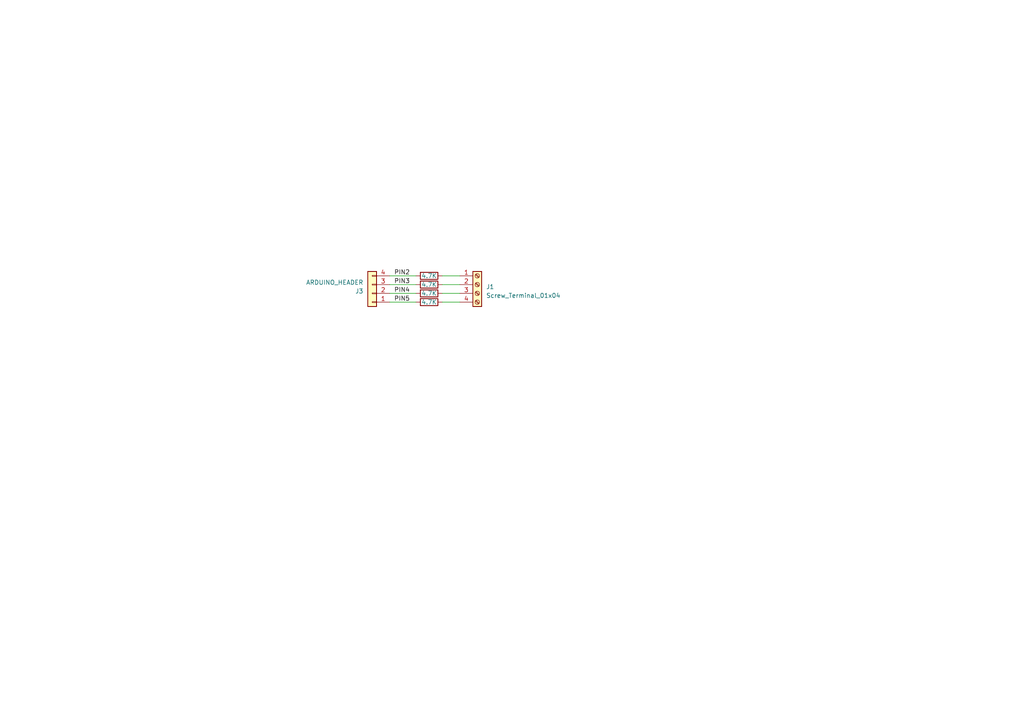
<source format=kicad_sch>
(kicad_sch (version 20221206) (generator eeschema)
  (paper "A4")
  (lib_symbols
    (symbol "Connector:Screw_Terminal_01x04" (pin_names (offset 1.016) hide)
      (property "Reference" "J" (at 0 5.08 0))
      (property "Value" "Screw_Terminal_01x04" (at 0 -7.62 0))
      (symbol "Screw_Terminal_01x04_1_1"
        (rectangle (start -1.27 3.81) (end 1.27 -6.35) (stroke (width 0.254)) (fill (type background)))
        (circle (center 0 -5.08) (radius 0.635) (stroke (width 0.1524)))
        (circle (center 0 -2.54) (radius 0.635) (stroke (width 0.1524)))
        (polyline (pts (xy -0.5334 -4.7498) (xy 0.3302 -5.588)) (stroke (width 0.1524)))
        (polyline (pts (xy -0.5334 -2.2098) (xy 0.3302 -3.048)) (stroke (width 0.1524)))
        (polyline (pts (xy -0.5334 0.3302) (xy 0.3302 -0.508)) (stroke (width 0.1524)))
        (polyline (pts (xy -0.5334 2.8702) (xy 0.3302 2.032)) (stroke (width 0.1524)))
        (polyline (pts (xy -0.3556 -4.572) (xy 0.508 -5.4102)) (stroke (width 0.1524)))
        (polyline (pts (xy -0.3556 -2.032) (xy 0.508 -2.8702)) (stroke (width 0.1524)))
        (polyline (pts (xy -0.3556 0.508) (xy 0.508 -0.3302)) (stroke (width 0.1524)))
        (polyline (pts (xy -0.3556 3.048) (xy 0.508 2.2098)) (stroke (width 0.1524)))
        (circle (center 0 0) (radius 0.635) (stroke (width 0.1524)))
        (circle (center 0 2.54) (radius 0.635) (stroke (width 0.1524)))
        (pin passive line (at -5.08 2.54 0) (length 3.81) (name "Pin_1") (number "1"))
        (pin passive line (at -5.08 0 0) (length 3.81) (name "Pin_2") (number "2"))
        (pin passive line (at -5.08 -2.54 0) (length 3.81) (name "Pin_3") (number "3"))
        (pin passive line (at -5.08 -5.08 0) (length 3.81) (name "Pin_4") (number "4"))
      )
    )
    (symbol "Connector_Generic:Conn_01x04" (pin_names (offset 1.016) hide)
      (property "Reference" "J" (at 0 5.08 0))
      (property "Value" "Conn_01x04" (at 0 -7.62 0))
      (symbol "Conn_01x04_1_1"
        (rectangle (start -1.27 -4.953) (end 0 -5.207) (stroke (width 0.1524)))
        (rectangle (start -1.27 -2.413) (end 0 -2.667) (stroke (width 0.1524)))
        (rectangle (start -1.27 0.127) (end 0 -0.127) (stroke (width 0.1524)))
        (rectangle (start -1.27 2.667) (end 0 2.413) (stroke (width 0.1524)))
        (rectangle (start -1.27 3.81) (end 1.27 -6.35) (stroke (width 0.254)) (fill (type background)))
        (pin passive line (at -5.08 2.54 0) (length 3.81) (name "Pin_1") (number "1"))
        (pin passive line (at -5.08 0 0) (length 3.81) (name "Pin_2") (number "2"))
        (pin passive line (at -5.08 -2.54 0) (length 3.81) (name "Pin_3") (number "3"))
        (pin passive line (at -5.08 -5.08 0) (length 3.81) (name "Pin_4") (number "4"))
      )
    )
    (symbol "Device:R" (pin_numbers hide) (pin_names (offset 0))
      (property "Reference" "R" (at 2.032 0 90))
      (property "Value" "R" (at 0 0 90))
      (symbol "R_0_1"
        (rectangle (start -1.016 -2.54) (end 1.016 2.54) (stroke (width 0.254)))
      )
      (symbol "R_1_1"
        (pin passive line (at 0 3.81 270) (length 1.27) (name "~") (number "1"))
        (pin passive line (at 0 -3.81 90) (length 1.27) (name "~") (number "2"))
      )
    )
  )
  (wire (pts (xy 128.27 87.63) (xy 133.35 87.63)))
  (wire (pts (xy 128.27 80.01) (xy 133.35 80.01)))
  (wire (pts (xy 113.03 87.63) (xy 120.65 87.63)))
  (wire (pts (xy 128.27 82.55) (xy 133.35 82.55)))
  (wire (pts (xy 113.03 80.01) (xy 120.65 80.01)))
  (wire (pts (xy 113.03 82.55) (xy 120.65 82.55)))
  (wire (pts (xy 128.27 85.09) (xy 133.35 85.09)))
  (wire (pts (xy 113.03 85.09) (xy 120.65 85.09)))
  (label "PIN3" (at 114.3 82.55 0))
  (label "PIN4" (at 114.3 85.09 0))
  (label "PIN2" (at 114.3 80.01 0))
  (label "PIN5" (at 114.3 87.63 0))
  (symbol (lib_id "Device:R") (at 124.46 82.55 270) (unit 1)
    (property "Reference" "R6" (effects hide))
    (property "Value" "4.7K" (at 124.46 82.55 90))
    (property "Footprint" "Resistor_THT:R_Axial_DIN0204_L3.6mm_D1.6mm_P5.08mm_Horizontal" (effects hide))
  )
  (symbol (lib_id "Device:R") (at 124.46 80.01 270) (unit 1)
    (property "Reference" "R7" (effects hide))
    (property "Value" "4.7K" (at 124.46 80.01 90))
    (property "Footprint" "Resistor_THT:R_Axial_DIN0204_L3.6mm_D1.6mm_P5.08mm_Horizontal" (effects hide))
  )
  (symbol (lib_id "Connector_Generic:Conn_01x04") (at 107.95 85.09 180) (unit 1)
    (property "Reference" "J3" (at 105.41 84.455 0) (effects (justify left)))
    (property "Value" "ARDUINO_HEADER" (at 105.41 81.915 0) (effects (justify left)))
    (property "Footprint" "Connector_PinHeader_2.54mm:PinHeader_1x04_P2.54mm_Vertical" (effects hide))
  )
  (symbol (lib_id "Connector:Screw_Terminal_01x04") (at 138.43 82.55 0) (unit 1)
    (property "Reference" "J1" (at 140.97 83.185 0) (effects (justify left)))
    (property "Value" "Screw_Terminal_01x04" (at 140.97 85.725 0) (effects (justify left)))
    (property "Footprint" "TerminalBlock_Phoenix:TerminalBlock_Phoenix_MKDS-1,5-4_1x04_P5.00mm_Horizontal" (effects hide))
  )
  (symbol (lib_id "Device:R") (at 124.46 87.63 270) (unit 1)
    (property "Reference" "R4" (effects hide))
    (property "Value" "4.7K" (at 124.46 87.63 90))
    (property "Footprint" "Resistor_THT:R_Axial_DIN0204_L3.6mm_D1.6mm_P5.08mm_Horizontal" (effects hide))
  )
  (symbol (lib_id "Device:R") (at 124.46 85.09 270) (unit 1)
    (property "Reference" "R5" (effects hide))
    (property "Value" "4.7K" (at 124.46 85.09 90))
    (property "Footprint" "Resistor_THT:R_Axial_DIN0204_L3.6mm_D1.6mm_P5.08mm_Horizontal" (effects hide))
  )
)
</source>
